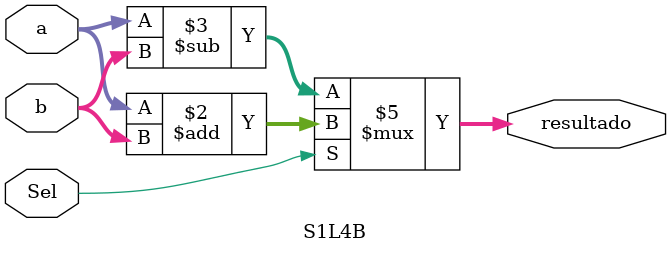
<source format=v>
module S1L4B (a, b, Sel, resultado);

        input[7:0]  a;
        input[7:0]  b;
        input       Sel;
        output reg [8:0]  resultado;

       
        always @(a, b, Sel)       begin
           if (Sel)
              resultado = a + b;
           else
              resultado = a - b;
        end
endmodule

</source>
